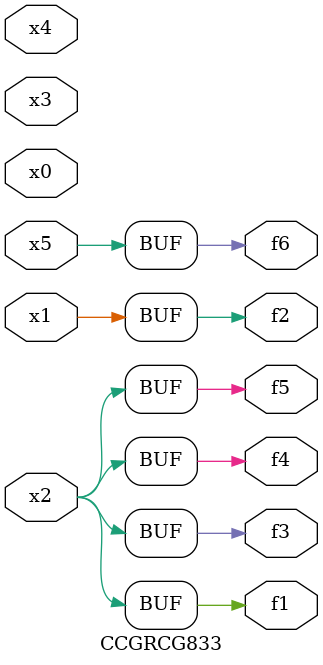
<source format=v>
module CCGRCG833(
	input x0, x1, x2, x3, x4, x5,
	output f1, f2, f3, f4, f5, f6
);
	assign f1 = x2;
	assign f2 = x1;
	assign f3 = x2;
	assign f4 = x2;
	assign f5 = x2;
	assign f6 = x5;
endmodule

</source>
